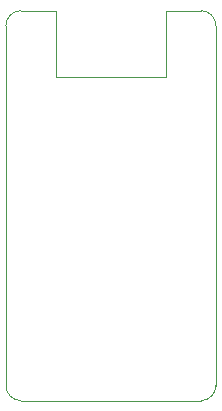
<source format=gm1>
G04 #@! TF.GenerationSoftware,KiCad,Pcbnew,(6.0.8)*
G04 #@! TF.CreationDate,2022-10-20T21:47:42+02:00*
G04 #@! TF.ProjectId,helios,68656c69-6f73-42e6-9b69-6361645f7063,rev1.0*
G04 #@! TF.SameCoordinates,Original*
G04 #@! TF.FileFunction,Profile,NP*
%FSLAX46Y46*%
G04 Gerber Fmt 4.6, Leading zero omitted, Abs format (unit mm)*
G04 Created by KiCad (PCBNEW (6.0.8)) date 2022-10-20 21:47:42*
%MOMM*%
%LPD*%
G01*
G04 APERTURE LIST*
G04 #@! TA.AperFunction,Profile*
%ADD10C,0.100000*%
G04 #@! TD*
G04 APERTURE END LIST*
D10*
X154240000Y-132890000D02*
X151235000Y-132890000D01*
X154240000Y-132890000D02*
X154240000Y-138550000D01*
X154240000Y-138550000D02*
X163480000Y-138550000D01*
X163480000Y-138550000D02*
X163480000Y-132890000D01*
X163480000Y-132890000D02*
X166475000Y-132890000D01*
G04 #@! TO.C,J2*
X149965000Y-134160000D02*
X149965000Y-164640000D01*
X167745000Y-164640000D02*
X167745000Y-134160000D01*
X151235000Y-165910000D02*
X166475000Y-165910000D01*
X167745000Y-134160000D02*
G75*
G03*
X166475000Y-132890000I-1270000J0D01*
G01*
X151235000Y-132890000D02*
G75*
G03*
X149965000Y-134160000I-1J-1269999D01*
G01*
X166475000Y-165910000D02*
G75*
G03*
X167745000Y-164640000I0J1270000D01*
G01*
X149965000Y-164640000D02*
G75*
G03*
X151235000Y-165910000I1269999J-1D01*
G01*
G04 #@! TD*
M02*

</source>
